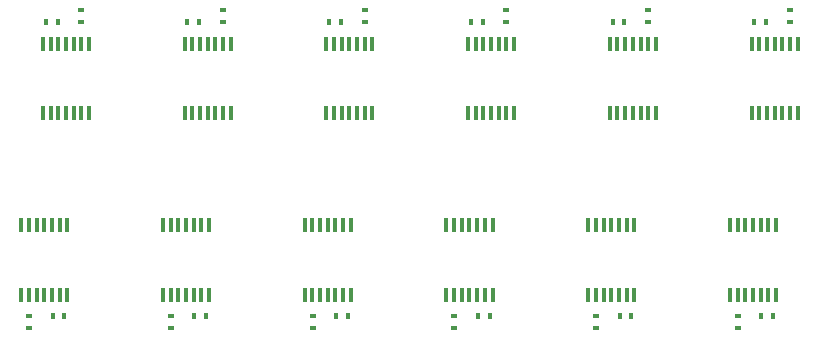
<source format=gtp>
G04 #@! TF.GenerationSoftware,KiCad,Pcbnew,5.1.5-52549c5~84~ubuntu18.04.1*
G04 #@! TF.CreationDate,2020-03-17T11:40:12+01:00*
G04 #@! TF.ProjectId,output.A1335_long_I2C_panel,6f757470-7574-42e4-9131-3333355f6c6f,rev?*
G04 #@! TF.SameCoordinates,Original*
G04 #@! TF.FileFunction,Paste,Top*
G04 #@! TF.FilePolarity,Positive*
%FSLAX46Y46*%
G04 Gerber Fmt 4.6, Leading zero omitted, Abs format (unit mm)*
G04 Created by KiCad (PCBNEW 5.1.5-52549c5~84~ubuntu18.04.1) date 2020-03-17 11:40:12*
%MOMM*%
%LPD*%
G04 APERTURE LIST*
%ADD10R,0.547600X0.447600*%
%ADD11R,0.447600X0.547600*%
%ADD12R,0.297600X1.297600*%
G04 APERTURE END LIST*
D10*
X117210000Y-77360000D03*
X117210000Y-78360000D03*
X129210000Y-77360000D03*
X129210000Y-78360000D03*
X141210000Y-77360000D03*
X141210000Y-78360000D03*
X153210000Y-77360000D03*
X153210000Y-78360000D03*
X165210000Y-77360000D03*
X165210000Y-78360000D03*
X177210000Y-77360000D03*
X177210000Y-78360000D03*
X172800000Y-104300000D03*
X172800000Y-103300000D03*
X160800000Y-104300000D03*
X160800000Y-103300000D03*
X148800000Y-104300000D03*
X148800000Y-103300000D03*
X136800000Y-104300000D03*
X136800000Y-103300000D03*
X124800000Y-104300000D03*
X124800000Y-103300000D03*
D11*
X115210000Y-78360000D03*
X114210000Y-78360000D03*
X127210000Y-78360000D03*
X126210000Y-78360000D03*
X139210000Y-78360000D03*
X138210000Y-78360000D03*
X151210000Y-78360000D03*
X150210000Y-78360000D03*
X163210000Y-78360000D03*
X162210000Y-78360000D03*
X175210000Y-78360000D03*
X174210000Y-78360000D03*
X174800000Y-103300000D03*
X175800000Y-103300000D03*
X162800000Y-103300000D03*
X163800000Y-103300000D03*
X150800000Y-103300000D03*
X151800000Y-103300000D03*
X138800000Y-103300000D03*
X139800000Y-103300000D03*
X126800000Y-103300000D03*
X127800000Y-103300000D03*
D12*
X117870000Y-80210000D03*
X117220000Y-80210000D03*
X116570000Y-80210000D03*
X115920000Y-80210000D03*
X115270000Y-80210000D03*
X114620000Y-80210000D03*
X113970000Y-80210000D03*
X113970000Y-86110000D03*
X114620000Y-86110000D03*
X115270000Y-86110000D03*
X115920000Y-86110000D03*
X116570000Y-86110000D03*
X117220000Y-86110000D03*
X117870000Y-86110000D03*
X129870000Y-80210000D03*
X129220000Y-80210000D03*
X128570000Y-80210000D03*
X127920000Y-80210000D03*
X127270000Y-80210000D03*
X126620000Y-80210000D03*
X125970000Y-80210000D03*
X125970000Y-86110000D03*
X126620000Y-86110000D03*
X127270000Y-86110000D03*
X127920000Y-86110000D03*
X128570000Y-86110000D03*
X129220000Y-86110000D03*
X129870000Y-86110000D03*
X141870000Y-80210000D03*
X141220000Y-80210000D03*
X140570000Y-80210000D03*
X139920000Y-80210000D03*
X139270000Y-80210000D03*
X138620000Y-80210000D03*
X137970000Y-80210000D03*
X137970000Y-86110000D03*
X138620000Y-86110000D03*
X139270000Y-86110000D03*
X139920000Y-86110000D03*
X140570000Y-86110000D03*
X141220000Y-86110000D03*
X141870000Y-86110000D03*
X153870000Y-80210000D03*
X153220000Y-80210000D03*
X152570000Y-80210000D03*
X151920000Y-80210000D03*
X151270000Y-80210000D03*
X150620000Y-80210000D03*
X149970000Y-80210000D03*
X149970000Y-86110000D03*
X150620000Y-86110000D03*
X151270000Y-86110000D03*
X151920000Y-86110000D03*
X152570000Y-86110000D03*
X153220000Y-86110000D03*
X153870000Y-86110000D03*
X165870000Y-80210000D03*
X165220000Y-80210000D03*
X164570000Y-80210000D03*
X163920000Y-80210000D03*
X163270000Y-80210000D03*
X162620000Y-80210000D03*
X161970000Y-80210000D03*
X161970000Y-86110000D03*
X162620000Y-86110000D03*
X163270000Y-86110000D03*
X163920000Y-86110000D03*
X164570000Y-86110000D03*
X165220000Y-86110000D03*
X165870000Y-86110000D03*
X177870000Y-80210000D03*
X177220000Y-80210000D03*
X176570000Y-80210000D03*
X175920000Y-80210000D03*
X175270000Y-80210000D03*
X174620000Y-80210000D03*
X173970000Y-80210000D03*
X173970000Y-86110000D03*
X174620000Y-86110000D03*
X175270000Y-86110000D03*
X175920000Y-86110000D03*
X176570000Y-86110000D03*
X177220000Y-86110000D03*
X177870000Y-86110000D03*
X172140000Y-101450000D03*
X172790000Y-101450000D03*
X173440000Y-101450000D03*
X174090000Y-101450000D03*
X174740000Y-101450000D03*
X175390000Y-101450000D03*
X176040000Y-101450000D03*
X176040000Y-95550000D03*
X175390000Y-95550000D03*
X174740000Y-95550000D03*
X174090000Y-95550000D03*
X173440000Y-95550000D03*
X172790000Y-95550000D03*
X172140000Y-95550000D03*
X160140000Y-101450000D03*
X160790000Y-101450000D03*
X161440000Y-101450000D03*
X162090000Y-101450000D03*
X162740000Y-101450000D03*
X163390000Y-101450000D03*
X164040000Y-101450000D03*
X164040000Y-95550000D03*
X163390000Y-95550000D03*
X162740000Y-95550000D03*
X162090000Y-95550000D03*
X161440000Y-95550000D03*
X160790000Y-95550000D03*
X160140000Y-95550000D03*
X148140000Y-101450000D03*
X148790000Y-101450000D03*
X149440000Y-101450000D03*
X150090000Y-101450000D03*
X150740000Y-101450000D03*
X151390000Y-101450000D03*
X152040000Y-101450000D03*
X152040000Y-95550000D03*
X151390000Y-95550000D03*
X150740000Y-95550000D03*
X150090000Y-95550000D03*
X149440000Y-95550000D03*
X148790000Y-95550000D03*
X148140000Y-95550000D03*
X136140000Y-101450000D03*
X136790000Y-101450000D03*
X137440000Y-101450000D03*
X138090000Y-101450000D03*
X138740000Y-101450000D03*
X139390000Y-101450000D03*
X140040000Y-101450000D03*
X140040000Y-95550000D03*
X139390000Y-95550000D03*
X138740000Y-95550000D03*
X138090000Y-95550000D03*
X137440000Y-95550000D03*
X136790000Y-95550000D03*
X136140000Y-95550000D03*
X124140000Y-101450000D03*
X124790000Y-101450000D03*
X125440000Y-101450000D03*
X126090000Y-101450000D03*
X126740000Y-101450000D03*
X127390000Y-101450000D03*
X128040000Y-101450000D03*
X128040000Y-95550000D03*
X127390000Y-95550000D03*
X126740000Y-95550000D03*
X126090000Y-95550000D03*
X125440000Y-95550000D03*
X124790000Y-95550000D03*
X124140000Y-95550000D03*
X112140000Y-95550000D03*
X112790000Y-95550000D03*
X113440000Y-95550000D03*
X114090000Y-95550000D03*
X114740000Y-95550000D03*
X115390000Y-95550000D03*
X116040000Y-95550000D03*
X116040000Y-101450000D03*
X115390000Y-101450000D03*
X114740000Y-101450000D03*
X114090000Y-101450000D03*
X113440000Y-101450000D03*
X112790000Y-101450000D03*
X112140000Y-101450000D03*
D11*
X115800000Y-103300000D03*
X114800000Y-103300000D03*
D10*
X112800000Y-103300000D03*
X112800000Y-104300000D03*
M02*

</source>
